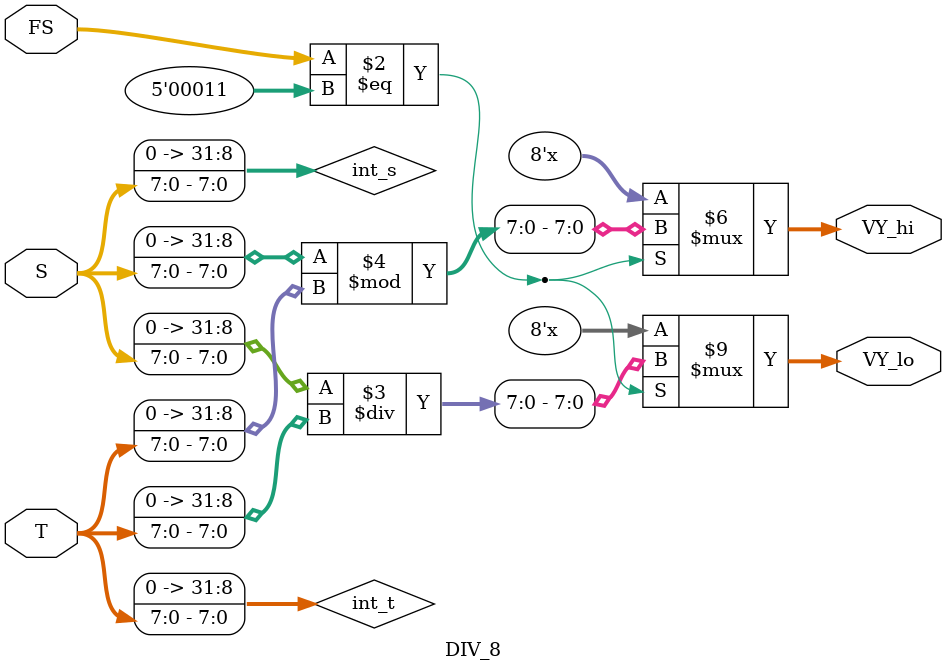
<source format=v>
`timescale 1ns / 1ps
/****************************** C E C S  4 4 0 ******************************
 *
 * File Name:  MPY_32.v
 * Project:    CECS 440 Lab 3
 * Designer:   Peter Huynh
 * Email:      peterhuynh75@gmail.com
 * Rev. No.:   Version 1.0
 * Rev. Date:  September 6th, 2018
 *
 * Purpose:	This module takes care of the multiply operation for the ALU. The
 * 			inputs are 32-bit S and T, and 5 bit FS (function select). The
 * 			outputs are 32-bit Y_hi and Y_lo which are concatenated together
 * 			for the product, as well as the (N)negative and (Z)zero flags.
 *
 * Notes:
 *
****************************************************************************/
module DIV_8(
	input [7:0] S, T,
	input [4:0] FS,
	output reg [7:0] VY_hi, VY_lo
   );

	integer int_s, int_t;

	always @ (*) begin
		int_s = S;
		int_t = T;

		if (FS == 5'h3) begin
			VY_lo = int_s / int_t; //result
			VY_hi = int_s % int_t; //remainder
		end
	end //end always block

endmodule

</source>
